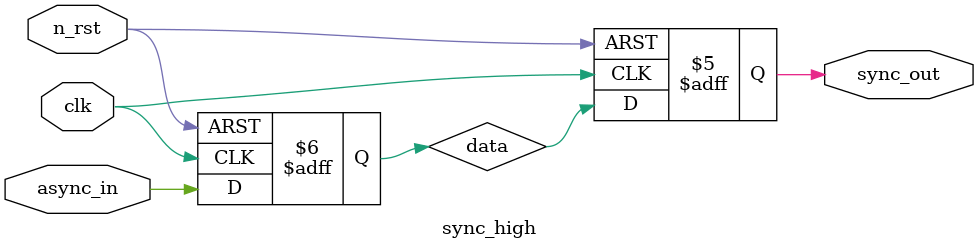
<source format=sv>
module sync_high(input wire clk, n_rst, async_in, output reg sync_out);
reg data;

always_ff @ (negedge n_rst, posedge clk) 
begin : REG_LOGIC3
   if(1'b0 == n_rst) begin
      data <= 1'b1;
   end
   else begin
      data <= async_in;
   end
end

always_ff @ (negedge n_rst, posedge clk) 
begin : REG_LOGIC4
   if(1'b0 == n_rst) begin
     sync_out <= 1'b1;
   end
   else begin
     sync_out <= data;
   end
end


endmodule
</source>
